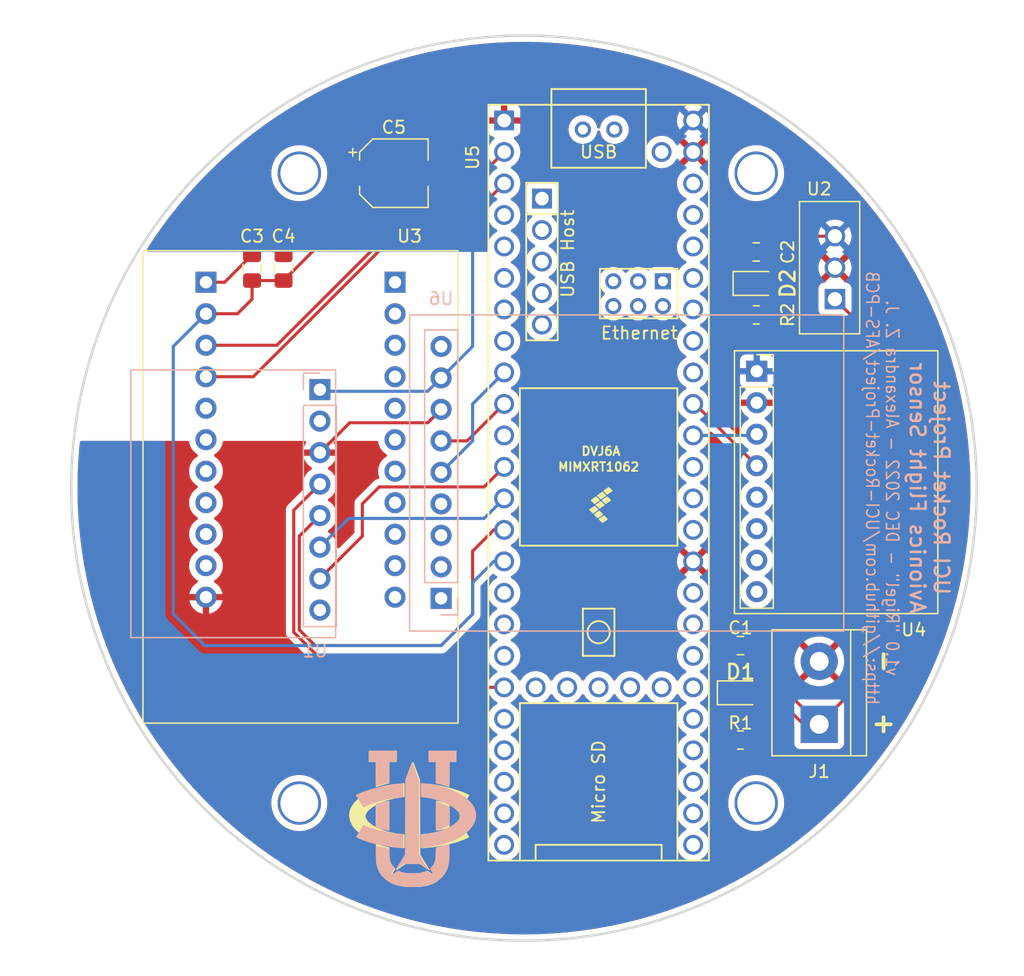
<source format=kicad_pcb>
(kicad_pcb (version 20211014) (generator pcbnew)
  (layers (0 "F.Cu" signal) (31 "B.Cu" signal) (34 "B.Paste" user) (35 "F.Paste" user) (36 "B.SilkS" user "B.Silkscreen") (37 "F.SilkS" user "F.Silkscreen") (38 "B.Mask" user) (39 "F.Mask" user) (44 "Edge.Cuts" user))
  (net 0 "")
  (net 1 "GND")
  (net 2 "+9V")
  (net 3 "+5V")
  (net 5 "BMP_SCK")
  (net 6 "BMP_SDO")
  (net 7 "BMP_SDI")
  (net 8 "BMP_CS")
  (net 10 "XBEE_VCC")
  (net 11 "XBEE_DOUT")
  (net 12 "XBEE_DIN")
  (net 26 "MPU_SCL")
  (net 27 "MPU_SDA")
  (net 55 "GPS_TX")
  (net 56 "GPS_RX")
  (net 91 "Net-(D1-Pad1)")
  (net 92 "Net-(D2-Pad1)")
  (footprint "Capacitor_SMD:C_0805_2012Metric_Pad1.18x1.45mm_HandSolder" (layer "F.Cu") (at 171.45 80.01)
    (fp_text reference "C2" (at 2.54 0 90) (layer "F.SilkS"))
    (fp_text value "10nF")
    (pad "1" smd roundrect (at -1.0375 0) (size 1.175 1.45) (layers "F.Cu" "F.Paste" "F.Mask") (roundrect_rratio 0.2127659574) (net 1 "GND"))
    (pad "2" smd roundrect (at 1.0375 0) (size 1.175 1.45) (layers "F.Cu" "F.Paste" "F.Mask") (roundrect_rratio 0.2127659574) (net 3 "+5V"))
  )
  (footprint "Capacitor_SMD:C_0805_2012Metric_Pad1.18x1.45mm_HandSolder" (layer "F.Cu") (at 133.35 81.28 -90)
    (fp_text reference "C4" (at -2.54 0 180) (layer "F.SilkS"))
    (fp_text value "1uF")
    (pad "1" smd roundrect (at -1.0375 0 270) (size 1.175 1.45) (layers "F.Cu" "F.Paste" "F.Mask") (roundrect_rratio 0.2127659574) (net 1 "GND"))
    (pad "2" smd roundrect (at 1.0375 0 270) (size 1.175 1.45) (layers "F.Cu" "F.Paste" "F.Mask") (roundrect_rratio 0.2127659574) (net 10 "XBEE_VCC"))
  )
  (footprint "Resistor_SMD:R_0805_2012Metric_Pad1.20x1.40mm_HandSolder" (layer "F.Cu") (at 171.45 85.09)
    (fp_text reference "R2" (at 2.54 0 90) (layer "F.SilkS"))
    (fp_text value "90R")
    (pad "1" smd roundrect (at -1 0) (size 1.2 1.4) (layers "F.Cu" "F.Paste" "F.Mask") (roundrect_rratio 0.2083333333) (net 92 "Net-(D2-Pad1)"))
    (pad "2" smd roundrect (at 1 0) (size 1.2 1.4) (layers "F.Cu" "F.Paste" "F.Mask") (roundrect_rratio 0.2083333333) (net 1 "GND"))
  )
  (footprint "Resistor_SMD:R_0805_2012Metric_Pad1.20x1.40mm_HandSolder" (layer "F.Cu") (at 170.18 119.38)
    (fp_text reference "R1" (at 0 -1.37) (layer "F.SilkS"))
    (fp_text value "290R")
    (pad "1" smd roundrect (at -1 0) (size 1.2 1.4) (layers "F.Cu" "F.Paste" "F.Mask") (roundrect_rratio 0.2083333333) (net 91 "Net-(D1-Pad1)"))
    (pad "2" smd roundrect (at 1 0) (size 1.2 1.4) (layers "F.Cu" "F.Paste" "F.Mask") (roundrect_rratio 0.2083333333) (net 1 "GND"))
  )
  (footprint "LED_SMD:LED_0805_2012Metric_Pad1.15x1.40mm_HandSolder" (layer "F.Cu") (at 170.18 115.57)
    (fp_text reference "D1" (at 0 -1.68) (layer "F.SilkS") (effects (font (size 1.2 1.2) (thickness 0.2))))
    (fp_text value "LED")
    (pad "1" smd roundrect (at -1.025 0) (size 1.15 1.4) (layers "F.Cu" "F.Paste" "F.Mask") (roundrect_rratio 0.2173913043) (net 91 "Net-(D1-Pad1)"))
    (pad "2" smd roundrect (at 1.025 0) (size 1.15 1.4) (layers "F.Cu" "F.Paste" "F.Mask") (roundrect_rratio 0.2173913043) (net 2 "+9V"))
  )
  (footprint "TerminalBlock:TerminalBlock_bornier-2_P5.08mm" (layer "F.Cu") (at 176.53 118.11 90)
    (fp_text reference "J1" (at -3.81 0 180) (layer "F.SilkS"))
    (fp_text value "Screw_Terminal_01x02")
    (pad "1" thru_hole rect (at 0 0 90) (size 3 3) (drill 1.52) (layers *.Cu *.Mask) (net 2 "+9V"))
    (pad "2" thru_hole circle (at 5.08 0 90) (size 3 3) (drill 1.52) (layers *.Cu *.Mask) (net 1 "GND"))
  )
  (footprint "ATP_Teensy_footprints:XBee_Adapter" (layer "F.Cu") (at 122.015 118.015)
    (fp_text reference "U3" (at 21.495 -39.275 unlocked) (layer "F.SilkS"))
    (fp_text value "FT231X_XBee_USB_Adapter")
    (pad "1" thru_hole rect (at 5.08 -35.56) (size 1.7 1.7) (drill 1) (layers *.Cu *.Mask) (net 1 "GND"))
    (pad "2" thru_hole oval (at 5.08 -33.02) (size 1.7 1.7) (drill 1) (layers *.Cu *.Mask) (net 10 "XBEE_VCC"))
    (pad "3" thru_hole oval (at 5.08 -30.48) (size 1.7 1.7) (drill 1) (layers *.Cu *.Mask) (net 11 "XBEE_DOUT"))
    (pad "4" thru_hole oval (at 5.08 -27.94) (size 1.7 1.7) (drill 1) (layers *.Cu *.Mask) (net 12 "XBEE_DIN"))
    (pad "5" thru_hole oval (at 5.08 -25.4) (size 1.7 1.7) (drill 1) (layers *.Cu *.Mask))
    (pad "6" thru_hole oval (at 5.08 -22.86) (size 1.7 1.7) (drill 1) (layers *.Cu *.Mask))
    (pad "7" thru_hole oval (at 5.08 -20.32) (size 1.7 1.7) (drill 1) (layers *.Cu *.Mask))
    (pad "8" thru_hole oval (at 5.08 -17.78) (size 1.7 1.7) (drill 1) (layers *.Cu *.Mask))
    (pad "9" thru_hole oval (at 5.08 -15.24) (size 1.7 1.7) (drill 1) (layers *.Cu *.Mask))
    (pad "10" thru_hole oval (at 5.08 -12.7) (size 1.7 1.7) (drill 1) (layers *.Cu *.Mask))
    (pad "11" thru_hole oval (at 5.08 -10.16) (size 1.7 1.7) (drill 1) (layers *.Cu *.Mask) (net 1 "GND"))
    (pad "12" thru_hole oval (at 20.32 -10.16) (size 1.7 1.7) (drill 1) (layers *.Cu *.Mask))
    (pad "13" thru_hole oval (at 20.32 -12.7) (size 1.7 1.7) (drill 1) (layers *.Cu *.Mask))
    (pad "14" thru_hole oval (at 20.32 -15.24) (size 1.7 1.7) (drill 1) (layers *.Cu *.Mask))
    (pad "15" thru_hole oval (at 20.32 -17.78) (size 1.7 1.7) (drill 1) (layers *.Cu *.Mask))
    (pad "16" thru_hole oval (at 20.32 -20.32) (size 1.7 1.7) (drill 1) (layers *.Cu *.Mask))
    (pad "17" thru_hole oval (at 20.32 -22.86) (size 1.7 1.7) (drill 1) (layers *.Cu *.Mask))
    (pad "18" thru_hole oval (at 20.32 -25.4) (size 1.7 1.7) (drill 1) (layers *.Cu *.Mask))
    (pad "19" thru_hole oval (at 20.32 -27.94) (size 1.7 1.7) (drill 1) (layers *.Cu *.Mask))
    (pad "20" thru_hole oval (at 20.32 -30.48) (size 1.7 1.7) (drill 1) (layers *.Cu *.Mask))
    (pad "21" thru_hole oval (at 20.32 -33.02) (size 1.7 1.7) (drill 1) (layers *.Cu *.Mask))
    (pad "22" thru_hole rect (at 20.32 -35.56) (size 1.7 1.7) (drill 1) (layers *.Cu *.Mask))
  )
  (footprint "ATP_Teensy_footprints:IMU_board" (layer "F.Cu") (at 169.695 109.1825)
    (fp_text reference "U4" (at 14.455 1.3075 unlocked) (layer "F.SilkS"))
    (fp_text value "MPU6050")
    (pad "1" thru_hole rect (at 1.8 -19.55) (size 1.7 1.7) (drill 1) (layers *.Cu *.Mask) (net 3 "+5V"))
    (pad "2" thru_hole oval (at 1.8 -17.01) (size 1.7 1.7) (drill 1) (layers *.Cu *.Mask) (net 1 "GND"))
    (pad "3" thru_hole oval (at 1.8 -14.47) (size 1.7 1.7) (drill 1) (layers *.Cu *.Mask) (net 26 "MPU_SCL"))
    (pad "4" thru_hole oval (at 1.8 -11.93) (size 1.7 1.7) (drill 1) (layers *.Cu *.Mask) (net 27 "MPU_SDA"))
    (pad "5" thru_hole oval (at 1.8 -9.39) (size 1.7 1.7) (drill 1) (layers *.Cu *.Mask))
    (pad "6" thru_hole oval (at 1.8 -6.85) (size 1.7 1.7) (drill 1) (layers *.Cu *.Mask))
    (pad "7" thru_hole oval (at 1.8 -4.31) (size 1.7 1.7) (drill 1) (layers *.Cu *.Mask))
    (pad "8" thru_hole oval (at 1.8 -1.77) (size 1.7 1.7) (drill 1) (layers *.Cu *.Mask))
  )
  (footprint "ATP_Teensy_footprints:L7805CV" (layer "F.Cu") (at 177.8 83.82 90)
    (fp_text reference "U2" (at 8.89 -1.27) (layer "F.SilkS"))
    (fp_text value "L7805CV" hide)
    (fp_text user "*" (at 0 0 90) (layer "F.SilkS"))
    (pad "1" thru_hole rect (at 0 0 90) (size 1.651 1.651) (drill 1.143) (layers *.Cu *.Mask) (net 2 "+9V"))
    (pad "2" thru_hole circle (at 2.54 0 90) (size 1.651 1.651) (drill 1.143) (layers *.Cu *.Mask) (net 1 "GND"))
    (pad "3" thru_hole circle (at 5.08 0 90) (size 1.651 1.651) (drill 1.143) (layers *.Cu *.Mask) (net 3 "+5V"))
  )
  (footprint "teensy:Teensy41" (layer "F.Cu") (at 158.75 98.62 -90)
    (fp_text reference "U5" (at -26.23 10.16 90) (layer "F.SilkS"))
    (fp_text value "Teensy4.1")
    (fp_text user "USB" (at -26.67 0) (layer "F.SilkS"))
    (fp_text user "DVJ6A" (at -2.54 -0.18) (layer "F.SilkS") (effects (font (size 0.7 0.7))))
    (fp_text user "Ethernet" (at -12.065 -3.2766) (layer "F.SilkS"))
    (fp_text user "USB Host" (at -18.4658 2.4892 90) (layer "F.SilkS"))
    (fp_text user "MIMXRT1062" (at -1.27 0) (layer "F.SilkS") (effects (font (size 0.7 0.7))))
    (fp_text user "Micro SD" (at 24.13 0 90) (layer "F.SilkS"))
    (pad "1" thru_hole rect locked (at -29.21 7.62 270) (size 1.6 1.6) (drill 1.1) (layers *.Cu *.Mask) (net 1 "GND"))
    (pad "2" thru_hole circle locked (at -26.67 7.62 270) (size 1.6 1.6) (drill 1.1) (layers *.Cu *.Mask) (net 11 "XBEE_DOUT"))
    (pad "3" thru_hole circle locked (at -24.13 7.62 270) (size 1.6 1.6) (drill 1.1) (layers *.Cu *.Mask) (net 12 "XBEE_DIN"))
    (pad "4" thru_hole circle locked (at -21.59 7.62 270) (size 1.6 1.6) (drill 1.1) (layers *.Cu *.Mask))
    (pad "5" thru_hole circle locked (at -19.05 7.62 270) (size 1.6 1.6) (drill 1.1) (layers *.Cu *.Mask))
    (pad "6" thru_hole circle locked (at -16.51 7.62 270) (size 1.6 1.6) (drill 1.1) (layers *.Cu *.Mask))
    (pad "7" thru_hole circle locked (at -13.97 7.62 270) (size 1.6 1.6) (drill 1.1) (layers *.Cu *.Mask))
    (pad "8" thru_hole circle locked (at -11.43 7.62 270) (size 1.6 1.6) (drill 1.1) (layers *.Cu *.Mask))
    (pad "9" thru_hole circle locked (at -8.89 7.62 270) (size 1.6 1.6) (drill 1.1) (layers *.Cu *.Mask) (net 55 "GPS_TX"))
    (pad "10" thru_hole circle locked (at -6.35 7.62 270) (size 1.6 1.6) (drill 1.1) (layers *.Cu *.Mask) (net 56 "GPS_RX"))
    (pad "11" thru_hole circle locked (at -3.81 7.62 270) (size 1.6 1.6) (drill 1.1) (layers *.Cu *.Mask))
    (pad "12" thru_hole circle locked (at -1.27 7.62 270) (size 1.6 1.6) (drill 1.1) (layers *.Cu *.Mask) (net 8 "BMP_CS"))
    (pad "13" thru_hole circle locked (at 1.27 7.62 270) (size 1.6 1.6) (drill 1.1) (layers *.Cu *.Mask) (net 7 "BMP_SDI"))
    (pad "14" thru_hole circle locked (at 3.81 7.62 270) (size 1.6 1.6) (drill 1.1) (layers *.Cu *.Mask) (net 6 "BMP_SDO"))
    (pad "15" thru_hole circle locked (at 6.35 7.62 270) (size 1.6 1.6) (drill 1.1) (layers *.Cu *.Mask) (net 10 "XBEE_VCC"))
    (pad "16" thru_hole circle locked (at 8.89 7.62 270) (size 1.6 1.6) (drill 1.1) (layers *.Cu *.Mask))
    (pad "17" thru_hole circle locked (at 11.43 7.62 270) (size 1.6 1.6) (drill 1.1) (layers *.Cu *.Mask))
    (pad "18" thru_hole circle locked (at 13.97 7.62 270) (size 1.6 1.6) (drill 1.1) (layers *.Cu *.Mask))
    (pad "19" thru_hole circle locked (at 16.51 7.62 270) (size 1.6 1.6) (drill 1.1) (layers *.Cu *.Mask) (net 5 "BMP_SCK"))
    (pad "20" thru_hole circle locked (at 19.05 7.62 270) (size 1.6 1.6) (drill 1.1) (layers *.Cu *.Mask))
    (pad "21" thru_hole circle locked (at 21.59 7.62 270) (size 1.6 1.6) (drill 1.1) (layers *.Cu *.Mask))
    (pad "22" thru_hole circle locked (at 24.13 7.62 270) (size 1.6 1.6) (drill 1.1) (layers *.Cu *.Mask))
    (pad "23" thru_hole circle locked (at 26.67 7.62 270) (size 1.6 1.6) (drill 1.1) (layers *.Cu *.Mask))
    (pad "24" thru_hole circle locked (at 29.21 7.62 270) (size 1.6 1.6) (drill 1.1) (layers *.Cu *.Mask))
    (pad "25" thru_hole circle locked (at 29.21 -7.62 270) (size 1.6 1.6) (drill 1.1) (layers *.Cu *.Mask))
    (pad "26" thru_hole circle locked (at 26.67 -7.62 270) (size 1.6 1.6) (drill 1.1) (layers *.Cu *.Mask))
    (pad "27" thru_hole circle locked (at 24.13 -7.62 270) (size 1.6 1.6) (drill 1.1) (layers *.Cu *.Mask))
    (pad "28" thru_hole circle locked (at 21.59 -7.62 270) (size 1.6 1.6) (drill 1.1) (layers *.Cu *.Mask))
    (pad "29" thru_hole circle locked (at 19.05 -7.62 270) (size 1.6 1.6) (drill 1.1) (layers *.Cu *.Mask))
    (pad "30" thru_hole circle locked (at 16.51 -7.62 270) (size 1.6 1.6) (drill 1.1) (layers *.Cu *.Mask))
    (pad "31" thru_hole circle locked (at 13.97 -7.62 270) (size 1.6 1.6) (drill 1.1) (layers *.Cu *.Mask))
    (pad "32" thru_hole circle locked (at 11.43 -7.62 270) (size 1.6 1.6) (drill 1.1) (layers *.Cu *.Mask))
    (pad "33" thru_hole circle locked (at 8.89 -7.62 270) (size 1.6 1.6) (drill 1.1) (layers *.Cu *.Mask))
    (pad "34" thru_hole circle locked (at 6.35 -7.62 270) (size 1.6 1.6) (drill 1.1) (layers *.Cu *.Mask) (net 1 "GND"))
    (pad "35" thru_hole circle locked (at 3.81 -7.62 270) (size 1.6 1.6) (drill 1.1) (layers *.Cu *.Mask))
    (pad "36" thru_hole circle locked (at 1.27 -7.62 270) (size 1.6 1.6) (drill 1.1) (layers *.Cu *.Mask))
    (pad "37" thru_hole circle locked (at -1.27 -7.62 270) (size 1.6 1.6) (drill 1.1) (layers *.Cu *.Mask))
    (pad "38" thru_hole circle locked (at -3.81 -7.62 270) (size 1.6 1.6) (drill 1.1) (layers *.Cu *.Mask) (net 26 "MPU_SCL"))
    (pad "39" thru_hole circle locked (at -6.35 -7.62 270) (size 1.6 1.6) (drill 1.1) (layers *.Cu *.Mask) (net 27 "MPU_SDA"))
    (pad "40" thru_hole circle locked (at -8.89 -7.62 270) (size 1.6 1.6) (drill 1.1) (layers *.Cu *.Mask))
    (pad "41" thru_hole circle locked (at -11.43 -7.62 270) (size 1.6 1.6) (drill 1.1) (layers *.Cu *.Mask))
    (pad "42" thru_hole circle locked (at -13.97 -7.62 270) (size 1.6 1.6) (drill 1.1) (layers *.Cu *.Mask))
    (pad "43" thru_hole circle locked (at -16.51 -7.62 270) (size 1.6 1.6) (drill 1.1) (layers *.Cu *.Mask))
    (pad "44" thru_hole circle locked (at -19.05 -7.62 270) (size 1.6 1.6) (drill 1.1) (layers *.Cu *.Mask))
    (pad "45" thru_hole circle locked (at -21.59 -7.62 270) (size 1.6 1.6) (drill 1.1) (layers *.Cu *.Mask))
    (pad "46" thru_hole circle locked (at -24.13 -7.62 270) (size 1.6 1.6) (drill 1.1) (layers *.Cu *.Mask))
    (pad "47" thru_hole circle locked (at -26.67 -7.62 270) (size 1.6 1.6) (drill 1.1) (layers *.Cu *.Mask) (net 1 "GND"))
    (pad "48" thru_hole circle locked (at -29.21 -7.62 270) (size 1.6 1.6) (drill 1.1) (layers *.Cu *.Mask) (net 3 "+5V"))
    (pad "49" thru_hole circle locked (at -26.67 -5.08 270) (size 1.6 1.6) (drill 1.1) (layers *.Cu *.Mask))
    (pad "50" thru_hole circle locked (at 16.51 5.08 270) (size 1.6 1.6) (drill 1.1) (layers *.Cu *.Mask))
    (pad "51" thru_hole circle locked (at 16.51 2.54 270) (size 1.6 1.6) (drill 1.1) (layers *.Cu *.Mask))
    (pad "52" thru_hole circle locked (at 16.51 0 270) (size 1.6 1.6) (drill 1.1) (layers *.Cu *.Mask))
    (pad "53" thru_hole circle locked (at 16.51 -2.54 270) (size 1.6 1.6) (drill 1.1) (layers *.Cu *.Mask))
    (pad "54" thru_hole circle locked (at 16.51 -5.08 270) (size 1.6 1.6) (drill 1.1) (layers *.Cu *.Mask))
    (pad "55" thru_hole rect locked (at -22.9108 4.5692 270) (size 1.6 1.6) (drill 1.1) (layers *.Cu *.Mask))
    (pad "56" thru_hole circle locked (at -20.3708 4.5692 270) (size 1.6 1.6) (drill 1.1) (layers *.Cu *.Mask))
    (pad "57" thru_hole circle locked (at -17.8308 4.5692 270) (size 1.6 1.6) (drill 1.1) (layers *.Cu *.Mask))
    (pad "58" thru_hole circle locked (at -15.2908 4.5692 270) (size 1.6 1.6) (drill 1.1) (layers *.Cu *.Mask))
    (pad "59" thru_hole circle locked (at -12.7508 4.5692 270) (size 1.6 1.6) (drill 1.1) (layers *.Cu *.Mask))
    (pad "60" thru_hole rect locked (at -16.24 -5.1816 270) (size 1.3 1.3) (drill 0.8) (layers *.Cu *.Mask))
    (pad "61" thru_hole circle locked (at -16.24 -3.1816 270) (size 1.3 1.3) (drill 0.8) (layers *.Cu *.Mask))
    (pad "62" thru_hole circle locked (at -16.24 -1.1816 270) (size 1.3 1.3) (drill 0.8) (layers *.Cu *.Mask))
    (pad "63" thru_hole circle locked (at -14.24 -1.1816 270) (size 1.3 1.3) (drill 0.8) (layers *.Cu *.Mask))
    (pad "64" thru_hole circle locked (at -14.24 -3.1816 270) (size 1.3 1.3) (drill 0.8) (layers *.Cu *.Mask))
    (pad "65" thru_hole circle locked (at -14.24 -5.1816 270) (size 1.3 1.3) (drill 0.8) (layers *.Cu *.Mask))
    (pad "66" thru_hole circle locked (at -28.48 -1.27 270) (size 1.3 1.3) (drill 0.8) (layers *.Cu *.Mask))
    (pad "67" thru_hole circle locked (at -28.48 1.27 270) (size 1.3 1.3) (drill 0.8) (layers *.Cu *.Mask))
  )
  (footprint "Capacitor_SMD:C_0805_2012Metric_Pad1.18x1.45mm_HandSolder" (layer "F.Cu") (at 170.18 111.76)
    (fp_text reference "C1" (at 0 -1.43 180) (layer "F.SilkS"))
    (fp_text value "10nF")
    (pad "1" smd roundrect (at -1.0375 0) (size 1.175 1.45) (layers "F.Cu" "F.Paste" "F.Mask") (roundrect_rratio 0.2127659574) (net 1 "GND"))
    (pad "2" smd roundrect (at 1.0375 0) (size 1.175 1.45) (layers "F.Cu" "F.Paste" "F.Mask") (roundrect_rratio 0.2127659574) (net 2 "+9V"))
  )
  (footprint "ATP_Teensy_footprints:UCIRP_logo" (layer "F.Cu") (at 143.51 125.73)
    (fp_text reference "Ge")
    (fp_text value "LOGO" hide)
  )
  (footprint "Capacitor_SMD:CP_Elec_5x5.4" (layer "F.Cu") (at 142.24 73.66)
    (fp_text reference "C5" (at 0 -3.7) (layer "F.SilkS"))
    (fp_text value "10uF, 50V")
    (pad "1" smd roundrect (at -2.2 0) (size 3 1.6) (layers "F.Cu" "F.Paste" "F.Mask") (roundrect_rratio 0.15625) (net 10 "XBEE_VCC"))
    (pad "2" smd roundrect (at 2.2 0) (size 3 1.6) (layers "F.Cu" "F.Paste" "F.Mask") (roundrect_rratio 0.15625) (net 1 "GND"))
  )
  (footprint "LED_SMD:LED_0805_2012Metric_Pad1.15x1.40mm_HandSolder" (layer "F.Cu") (at 171.45 82.55)
    (fp_text reference "D2" (at 2.54 0 90) (layer "F.SilkS") (effects (font (size 1.2 1.2) (thickness 0.2))))
    (fp_text value "LED")
    (pad "1" smd roundrect (at -1.025 0) (size 1.15 1.4) (layers "F.Cu" "F.Paste" "F.Mask") (roundrect_rratio 0.2173913043) (net 92 "Net-(D2-Pad1)"))
    (pad "2" smd roundrect (at 1.025 0) (size 1.15 1.4) (layers "F.Cu" "F.Paste" "F.Mask") (roundrect_rratio 0.2173913043) (net 3 "+5V"))
  )
  (footprint "Capacitor_SMD:C_0805_2012Metric_Pad1.18x1.45mm_HandSolder" (layer "F.Cu") (at 130.81 81.28 -90)
    (fp_text reference "C3" (at -2.54 0) (layer "F.SilkS"))
    (fp_text value "47pF")
    (pad "1" smd roundrect (at -1.0375 0 270) (size 1.175 1.45) (layers "F.Cu" "F.Paste" "F.Mask") (roundrect_rratio 0.2127659574) (net 1 "GND"))
    (pad "2" smd roundrect (at 1.0375 0 270) (size 1.175 1.45) (layers "F.Cu" "F.Paste" "F.Mask") (roundrect_rratio 0.2127659574) (net 10 "XBEE_VCC"))
  )
  (footprint "ATP_Teensy_footprints:UCIRP_logo" (layer "B.Cu") (at 144 125.73 180)
    (fp_text reference "Ge")
    (fp_text value "LOGO" hide)
  )
  (footprint "ATP_Teensy_footprints:GPS_board" (layer "B.Cu") (at 143.51 85.09)
    (fp_text reference "U6" (at 2.54 -1.315 unlocked) (layer "B.SilkS") (effects (justify mirror)))
    (fp_text value "GPS")
    (pad "1" thru_hole rect (at 2.54 22.86) (size 1.7 1.7) (drill 1) (layers *.Cu *.Mask))
    (pad "2" thru_hole oval (at 2.54 20.32) (size 1.7 1.7) (drill 1) (layers *.Cu *.Mask))
    (pad "3" thru_hole oval (at 2.54 17.78) (size 1.7 1.7) (drill 1) (layers *.Cu *.Mask))
    (pad "4" thru_hole oval (at 2.54 15.24) (size 1.7 1.7) (drill 1) (layers *.Cu *.Mask))
    (pad "5" thru_hole oval (at 2.54 12.7) (size 1.7 1.7) (drill 1) (layers *.Cu *.Mask) (net 55 "GPS_TX"))
    (pad "6" thru_hole oval (at 2.54 10.16) (size 1.7 1.7) (drill 1) (layers *.Cu *.Mask) (net 56 "GPS_RX"))
    (pad "7" thru_hole oval (at 2.54 7.62) (size 1.7 1.7) (drill 1) (layers *.Cu *.Mask) (net 1 "GND"))
    (pad "8" thru_hole oval (at 2.54 5.08) (size 1.7 1.7) (drill 1) (layers *.Cu *.Mask) (net 3 "+5V"))
    (pad "9" thru_hole oval (at 2.54 2.54) (size 1.7 1.7) (drill 1) (layers *.Cu *.Mask))
  )
  (footprint "ATP_Teensy_footprints:BMP_board" (layer "B.Cu") (at 137.5475 111.11875 180)
    (fp_text reference "U1" (at 1.6575 -1.08125 unlocked) (layer "B.SilkS") (effects (justify mirror)))
    (fp_text value "BMP388_3966")
    (pad "1" thru_hole rect (at 1.27 20.0025 180) (size 1.7 1.7) (drill 1) (layers *.Cu *.Mask) (net 3 "+5V"))
    (pad "2" thru_hole oval (at 1.27 17.4625 180) (size 1.7 1.7) (drill 1) (layers *.Cu *.Mask))
    (pad "3" thru_hole oval (at 1.27 14.9225 180) (size 1.7 1.7) (drill 1) (layers *.Cu *.Mask) (net 1 "GND"))
    (pad "4" thru_hole oval (at 1.27 12.3825 180) (size 1.7 1.7) (drill 1) (layers *.Cu *.Mask) (net 5 "BMP_SCK"))
    (pad "5" thru_hole oval (at 1.27 9.8425 180) (size 1.7 1.7) (drill 1) (layers *.Cu *.Mask) (net 6 "BMP_SDO"))
    (pad "6" thru_hole oval (at 1.27 7.3025 180) (size 1.7 1.7) (drill 1) (layers *.Cu *.Mask) (net 7 "BMP_SDI"))
    (pad "7" thru_hole oval (at 1.27 4.7625 180) (size 1.7 1.7) (drill 1) (layers *.Cu *.Mask) (net 8 "BMP_CS"))
    (pad "8" thru_hole oval (at 1.27 2.2225 180) (size 1.7 1.7) (drill 1) (layers *.Cu *.Mask))
  )
  (gr_circle (center 152.73 99.06) (end 189.23 99.06) (layer "Edge.Cuts") (width 0.2) (fill none))
  (gr_text "UCI Rocket Project\nAvionics Flight Sensor\n" (at 185.42 99.06 270) (layer "B.SilkS") (effects (font (size 1.2 1.2) (thickness 0.2)) (justify mirror)))
  (gr_text "v1.0 {dblquote}Rigel{dblquote} - DEC 2022 - Alexandra Z. J.\nhttps://github.com/UCI-Rocket-Project/AFS-PCB" (at 181.61 99.06 270) (layer "B.SilkS") (effects (font (size 1 0.9) (thickness 0.125)) (justify mirror)))
  (gr_text "-" (at 181.61 113.03 90) (layer "F.SilkS") (effects (font (size 1.5 1.5) (thickness 0.3))))
  (gr_text "+" (at 181.61 118.11 90) (layer "F.SilkS") (effects (font (size 1.5 1.5) (thickness 0.3))))
  (via (at 134.62 124.46) (size 3.5) (drill 3.05) (layers "F.Cu" "B.Cu") (net 0))
  (via (at 171.45 124.46) (size 3.5) (drill 3.05) (layers "F.Cu" "B.Cu") (net 0))
  (via (at 134.62 73.66) (size 3.5) (drill 3.05) (layers "F.Cu" "B.Cu") (net 0))
  (via (at 171.45 73.66) (size 3.5) (drill 3.05) (layers "F.Cu" "B.Cu") (net 0))
  (segment (start 128.5975 82.455) (end 130.81 80.2425) (width 0.25) (layer "F.Cu") (net 1))
  (segment (start 127.095 82.455) (end 128.5975 82.455) (width 0.25) (layer "F.Cu") (net 1))
  (segment (start 138.68375 93.79) (end 144.97 93.79) (width 0.25) (layer "F.Cu") (net 1))
  (segment (start 136.2775 96.19625) (end 138.68375 93.79) (width 0.25) (layer "F.Cu") (net 1))
  (segment (start 144.97 93.79) (end 146.05 92.71) (width 0.25) (layer "F.Cu") (net 1))
  (segment (start 176.53 118.11) (end 179.07 115.57) (width 0.25) (layer "F.Cu") (net 2))
  (segment (start 179.07 115.57) (end 179.07 85.09) (width 0.25) (layer "F.Cu") (net 2))
  (segment (start 171.205 115.57) (end 172.72 115.57) (width 0.25) (layer "F.Cu") (net 2))
  (segment (start 171.2175 111.76) (end 171.2175 112.7975) (width 0.25) (layer "F.Cu") (net 2))
  (segment (start 171.2175 112.7975) (end 176.53 118.11) (width 0.25) (layer "F.Cu") (net 2))
  (segment (start 179.07 85.09) (end 177.8 83.82) (width 0.25) (layer "F.Cu") (net 2))
  (segment (start 172.72 115.57) (end 175.26 118.11) (width 0.25) (layer "F.Cu") (net 2))
  (segment (start 175.26 118.11) (end 176.53 118.11) (width 0.25) (layer "F.Cu") (net 2))
  (segment (start 173.99 80.01) (end 175.26 78.74) (width 0.25) (layer "F.Cu") (net 3))
  (segment (start 172.4875 80.01) (end 172.72 80.01) (width 0.25) (layer "F.Cu") (net 3))
  (segment (start 172.72 80.01) (end 175.26 77.47) (width 0.25) (layer "F.Cu") (net 3))
  (segment (start 175.26 77.47) (end 176.53 77.47) (width 0.25) (layer "F.Cu") (net 3))
  (segment (start 173.99 81.035) (end 173.99 80.01) (width 0.25) (layer "F.Cu") (net 3))
  (segment (start 175.26 78.74) (end 177.8 78.74) (width 0.25) (layer "F.Cu") (net 3))
  (segment (start 172.475 82.55) (end 173.99 81.035) (width 0.25) (layer "F.Cu") (net 3))
  (segment (start 176.53 77.47) (end 177.8 78.74) (width 0.25) (layer "F.Cu") (net 3))
  (segment (start 163 66.04) (end 166.37 69.41) (width 0.25) (layer "B.Cu") (net 3))
  (segment (start 148.59 87.63) (end 148.59 68.58) (width 0.25) (layer "B.Cu") (net 3))
  (segment (start 144.97 91.25) (end 146.05 90.17) (width 0.25) (layer "B.Cu") (net 3))
  (segment (start 151.13 66.04) (end 163 66.04) (width 0.25) (layer "B.Cu") (net 3))
  (segment (start 136.2775 91.11625) (end 136.41125 91.25) (width 0.25) (layer "B.Cu") (net 3))
  (segment (start 136.41125 91.25) (end 144.97 91.25) (width 0.25) (layer "B.Cu") (net 3))
  (segment (start 146.05 90.17) (end 148.59 87.63) (width 0.25) (layer "B.Cu") (net 3))
  (segment (start 148.59 68.58) (end 151.13 66.04) (width 0.25) (layer "B.Cu") (net 3))
  (segment (start 134.17 110.676396) (end 134.17 100.84375) (width 0.25) (layer "F.Cu") (net 5))
  (segment (start 138.623604 115.13) (end 134.17 110.676396) (width 0.25) (layer "F.Cu") (net 5))
  (segment (start 151.13 115.13) (end 138.623604 115.13) (width 0.25) (layer "F.Cu") (net 5))
  (segment (start 134.17 100.84375) (end 136.2775 98.73625) (width 0.25) (layer "F.Cu") (net 5))
  (segment (start 134.62 110.49) (end 135.89 111.76) (width 0.25) (layer "F.Cu") (net 6))
  (segment (start 134.62 102.93375) (end 134.62 109.22) (width 0.25) (layer "F.Cu") (net 6))
  (segment (start 148.59 104.14) (end 150.3 102.43) (width 0.25) (layer "F.Cu") (net 6))
  (segment (start 134.62 109.22) (end 134.62 110.49) (width 0.25) (layer "F.Cu") (net 6))
  (segment (start 146.05 111.76) (end 148.59 109.22) (width 0.25) (layer "F.Cu") (net 6))
  (segment (start 150.3 102.43) (end 151.13 102.43) (width 0.25) (layer "F.Cu") (net 6))
  (segment (start 135.89 111.76) (end 146.05 111.76) (width 0.25) (layer "F.Cu") (net 6))
  (segment (start 148.59 109.22) (end 148.59 104.14) (width 0.25) (layer "F.Cu") (net 6))
  (segment (start 136.2775 101.27625) (end 134.62 102.93375) (width 0.25) (layer "F.Cu") (net 6))
  (segment (start 149.515 101.505) (end 151.13 99.89) (width 0.25) (layer "B.Cu") (net 7))
  (segment (start 138.58875 101.505) (end 149.515 101.505) (width 0.25) (layer "B.Cu") (net 7))
  (segment (start 136.2775 103.81625) (end 138.58875 101.505) (width 0.25) (layer "B.Cu") (net 7))
  (segment (start 149.515 98.965) (end 141.065 98.965) (width 0.25) (layer "F.Cu") (net 8))
  (segment (start 136.2775 106.35625) (end 139.7 102.93375) (width 0.25) (layer "F.Cu") (net 8))
  (segment (start 141.065 98.965) (end 139.7 100.33) (width 0.25) (layer "F.Cu") (net 8))
  (segment (start 151.13 97.35) (end 149.515 98.965) (width 0.25) (layer "F.Cu") (net 8))
  (segment (start 139.7 102.93375) (end 139.7 100.33) (width 0.25) (layer "F.Cu") (net 8))
  (segment (start 130.81 82.3175) (end 133.35 82.3175) (width 0.25) (layer "F.Cu") (net 10))
  (segment (start 133.35 82.3175) (end 140.04 75.6275) (width 0.25) (layer "F.Cu") (net 10))
  (segment (start 129.635 84.995) (end 130.81 83.82) (width 0.25) (layer "F.Cu") (net 10))
  (segment (start 130.81 83.82) (end 130.81 82.3175) (width 0.25) (layer "F.Cu") (net 10))
  (segment (start 127.095 84.995) (end 129.635 84.995) (width 0.25) (layer "F.Cu") (net 10))
  (segment (start 140.04 75.6275) (end 140.04 73.66) (width 0.25) (layer "F.Cu") (net 10))
  (segment (start 127 111.76) (end 146.05 111.76) (width 0.25) (layer "B.Cu") (net 10))
  (segment (start 124.46 87.63) (end 124.46 109.22) (width 0.25) (layer "B.Cu") (net 10))
  (segment (start 148.59 109.22) (end 148.59 106.68) (width 0.25) (layer "B.Cu") (net 10))
  (segment (start 127.095 84.995) (end 124.46 87.63) (width 0.25) (layer "B.Cu") (net 10))
  (segment (start 146.05 111.76) (end 148.59 109.22) (width 0.25) (layer "B.Cu") (net 10))
  (segment (start 148.59 106.68) (end 150.3 104.97) (width 0.25) (layer "B.Cu") (net 10))
  (segment (start 124.46 109.22) (end 127 111.76) (width 0.25) (layer "B.Cu") (net 10))
  (segment (start 150.3 104.97) (end 151.13 104.97) (width 0.25) (layer "B.Cu") (net 10))
  (segment (start 145.61 77.47) (end 151.13 71.95) (width 0.25) (layer "F.Cu") (net 11))
  (segment (start 142.873604 77.47) (end 145.61 77.47) (width 0.25) (layer "F.Cu") (net 11))
  (segment (start 132.808604 87.535) (end 142.873604 77.47) (width 0.25) (layer "F.Cu") (net 11))
  (segment (start 127.095 87.535) (end 132.808604 87.535) (width 0.25) (layer "F.Cu") (net 11))
  (segment (start 146.88 78.74) (end 151.13 74.49) (width 0.25) (layer "F.Cu") (net 12))
  (segment (start 142.24 78.74) (end 146.88 78.74) (width 0.25) (layer "F.Cu") (net 12))
  (segment (start 130.905 90.075) (end 142.24 78.74) (width 0.25) (layer "F.Cu") (net 12))
  (segment (start 127.095 90.075) (end 130.905 90.075) (width 0.25) (layer "F.Cu") (net 12))
  (segment (start 171.3975 94.81) (end 171.495 94.7125) (width 0.25) (layer "B.Cu") (net 26))
  (segment (start 166.37 94.81) (end 171.3975 94.81) (width 0.25) (layer "B.Cu") (net 26))
  (segment (start 171.495 97.2525) (end 166.5125 92.27) (width 0.25) (layer "F.Cu") (net 27))
  (segment (start 166.5125 92.27) (end 166.37 92.27) (width 0.25) (layer "F.Cu") (net 27))
  (segment (start 148.59 95.25) (end 148.59 92.27) (width 0.25) (layer "B.Cu") (net 55))
  (segment (start 148.59 92.27) (end 151.13 89.73) (width 0.25) (layer "B.Cu") (net 55))
  (segment (start 146.05 97.79) (end 148.59 95.25) (width 0.25) (layer "B.Cu") (net 55))
  (segment (start 146.05 95.25) (end 148.15 95.25) (width 0.25) (layer "F.Cu") (net 56))
  (segment (start 148.15 95.25) (end 151.13 92.27) (width 0.25) (layer "F.Cu") (net 56))
  (segment (start 169.18 119.38) (end 169.18 115.595) (width 0.25) (layer "F.Cu") (net 91))
  (segment (start 170.425 85.065) (end 170.45 85.09) (width 0.25) (layer "F.Cu") (net 92))
  (segment (start 170.425 82.55) (end 170.425 85.065) (width 0.25) (layer "F.Cu") (net 92))
  (zone (net 1) (net_name "GND") (layer "F.Cu") (connect_pads (clearance 0.508)) (min_thickness 0.254) (fill yes (thermal_gap 0.508) (thermal_bridge_width 0.508))
    (polygon (pts (xy 193.04 138.43) (xy 110.49 138.43) (xy 110.49 59.69) (xy 193.04 59.69)))
  )
  (zone (net 0) (net_name "") (layers F&B.Cu) (connect_pads (clearance 0)) (min_thickness 0.254)
    (keepout (tracks allowed) (vias allowed) (pads allowed) (copperpour not_allowed) (footprints allowed))
    (fill (thermal_gap 0.508) (thermal_bridge_width 0.508))
    (polygon (pts (xy 149.86 95.25) (xy 115.57 95.25) (xy 115.57 80.01) (xy 149.86 80.01)))
  )
  (zone (net 3) (net_name "+5V") (layer "B.Cu") (connect_pads (clearance 0.508)) (min_thickness 0.254) (fill yes (thermal_gap 0.508) (thermal_bridge_width 0.508))
    (polygon (pts (xy 191.77 137.16) (xy 111.76 137.16) (xy 111.76 60.96) (xy 191.77 60.96)))
  )
)
</source>
